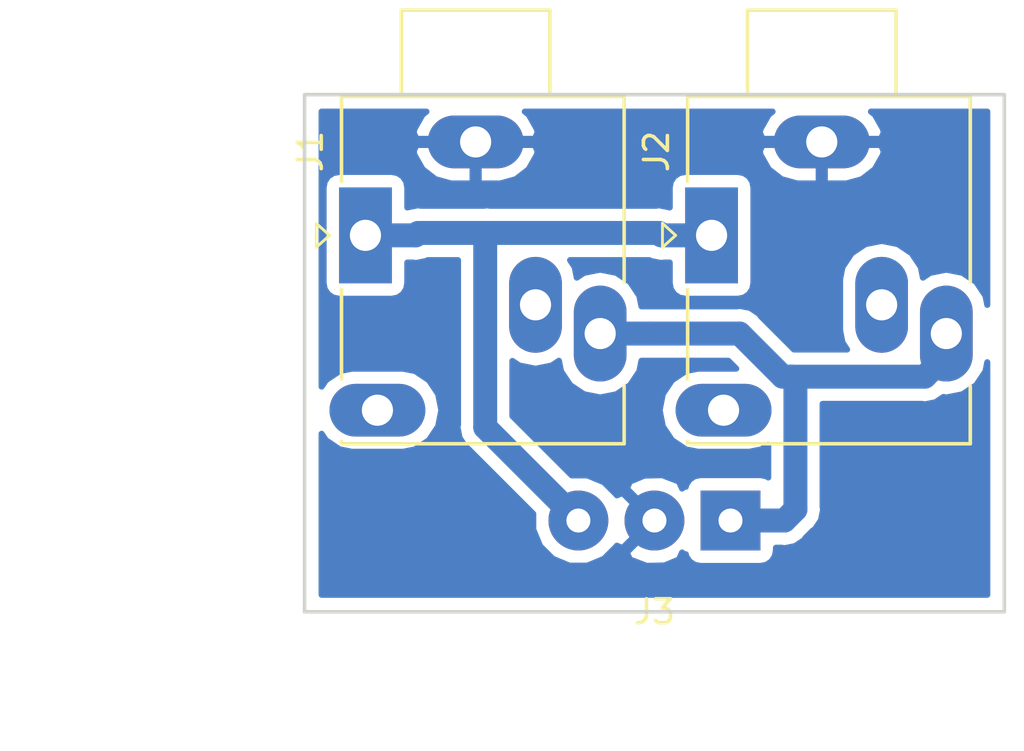
<source format=kicad_pcb>
(kicad_pcb (version 20171130) (host pcbnew 5.0.2-bee76a0~70~ubuntu16.04.1)

  (general
    (thickness 1.6)
    (drawings 6)
    (tracks 20)
    (zones 0)
    (modules 3)
    (nets 8)
  )

  (page A4)
  (layers
    (0 F.Cu signal)
    (31 B.Cu signal)
    (32 B.Adhes user)
    (33 F.Adhes user)
    (34 B.Paste user)
    (35 F.Paste user)
    (36 B.SilkS user)
    (37 F.SilkS user)
    (38 B.Mask user)
    (39 F.Mask user)
    (40 Dwgs.User user)
    (41 Cmts.User user)
    (42 Eco1.User user)
    (43 Eco2.User user)
    (44 Edge.Cuts user)
    (45 Margin user)
    (46 B.CrtYd user)
    (47 F.CrtYd user)
    (48 B.Fab user)
    (49 F.Fab user)
  )

  (setup
    (last_trace_width 1)
    (trace_clearance 0.5)
    (zone_clearance 0.508)
    (zone_45_only no)
    (trace_min 0.2)
    (segment_width 0.2)
    (edge_width 0.15)
    (via_size 0.8)
    (via_drill 0.4)
    (via_min_size 0.4)
    (via_min_drill 0.3)
    (uvia_size 0.3)
    (uvia_drill 0.1)
    (uvias_allowed no)
    (uvia_min_size 0.2)
    (uvia_min_drill 0.1)
    (pcb_text_width 0.3)
    (pcb_text_size 1.5 1.5)
    (mod_edge_width 0.15)
    (mod_text_size 1 1)
    (mod_text_width 0.15)
    (pad_size 1.524 1.524)
    (pad_drill 0.762)
    (pad_to_mask_clearance 0.051)
    (solder_mask_min_width 0.25)
    (aux_axis_origin 0 0)
    (visible_elements FFFFFF7F)
    (pcbplotparams
      (layerselection 0x00000_fffffffe)
      (usegerberextensions false)
      (usegerberattributes false)
      (usegerberadvancedattributes false)
      (creategerberjobfile false)
      (excludeedgelayer false)
      (linewidth 0.100000)
      (plotframeref false)
      (viasonmask false)
      (mode 1)
      (useauxorigin false)
      (hpglpennumber 1)
      (hpglpenspeed 20)
      (hpglpendiameter 15.000000)
      (psnegative true)
      (psa4output false)
      (plotreference true)
      (plotvalue true)
      (plotinvisibletext false)
      (padsonsilk true)
      (subtractmaskfromsilk false)
      (outputformat 5)
      (mirror false)
      (drillshape 1)
      (scaleselection 1)
      (outputdirectory ""))
  )

  (net 0 "")
  (net 1 "Net-(J1-PadS)")
  (net 2 "Net-(J1-PadR)")
  (net 3 "Net-(J1-PadT)")
  (net 4 "Net-(J1-PadTN)")
  (net 5 "Net-(J1-PadRN)")
  (net 6 "Net-(J2-PadRN)")
  (net 7 "Net-(J2-PadTN)")

  (net_class Default "This is the default net class."
    (clearance 0.5)
    (trace_width 1)
    (via_dia 0.8)
    (via_drill 0.4)
    (uvia_dia 0.3)
    (uvia_drill 0.1)
    (add_net "Net-(J1-PadR)")
    (add_net "Net-(J1-PadRN)")
    (add_net "Net-(J1-PadS)")
    (add_net "Net-(J1-PadT)")
    (add_net "Net-(J1-PadTN)")
    (add_net "Net-(J2-PadRN)")
    (add_net "Net-(J2-PadTN)")
  )

  (module Connector_Audio:Jack_3.5mm_Ledino_KB3SPRS_Horizontal (layer F.Cu) (tedit 5BC12D58) (tstamp 5C5A55D5)
    (at 72.87 63.025001 270)
    (descr https://www.reichelt.de/index.html?ACTION=7&LA=3&OPEN=0&INDEX=0&FILENAME=C160%252FKB3SPRS.pdf)
    (tags "jack stereo TRS")
    (path /5C4DC2A3)
    (fp_text reference J2 (at -3.5 2.3 270) (layer F.SilkS)
      (effects (font (size 1 1) (thickness 0.15)))
    )
    (fp_text value "Audio OUT" (at 2.3 -12.2 270) (layer F.Fab)
      (effects (font (size 1 1) (thickness 0.15)))
    )
    (fp_circle (center 0.1 -1.75) (end 0.4 -1.55) (layer F.Fab) (width 0.12))
    (fp_line (start 9.1 2) (end 9.1 -11.4) (layer F.CrtYd) (width 0.05))
    (fp_line (start -9.8 -11.4) (end -9.8 2) (layer F.CrtYd) (width 0.05))
    (fp_line (start -9.4 -1.5) (end -5.8 -1.5) (layer F.SilkS) (width 0.15))
    (fp_line (start -9.4 -7.7) (end -9.4 -1.5) (layer F.SilkS) (width 0.15))
    (fp_line (start -5.8 -7.7) (end -9.4 -7.7) (layer F.SilkS) (width 0.15))
    (fp_line (start -5.8 1) (end -5.8 -10.8) (layer F.SilkS) (width 0.15))
    (fp_line (start -2.25 1) (end -5.8 1) (layer F.SilkS) (width 0.15))
    (fp_line (start 6 1) (end 2.25 1) (layer F.SilkS) (width 0.15))
    (fp_line (start 8.7 1) (end 8.6 1) (layer F.SilkS) (width 0.15))
    (fp_line (start 8.7 -10.8) (end 8.7 1) (layer F.SilkS) (width 0.15))
    (fp_line (start 6.3 -10.8) (end 8.7 -10.8) (layer F.SilkS) (width 0.15))
    (fp_line (start -5.8 -10.8) (end 1.95 -10.8) (layer F.SilkS) (width 0.15))
    (fp_line (start 9.1 -11.4) (end -9.8 -11.4) (layer F.CrtYd) (width 0.05))
    (fp_line (start -9.8 2) (end 9.1 2) (layer F.CrtYd) (width 0.05))
    (fp_line (start 8.6 -10.7) (end -5.7 -10.7) (layer F.Fab) (width 0.1))
    (fp_line (start 8.6 0.9) (end 8.6 -10.7) (layer F.Fab) (width 0.1))
    (fp_line (start -5.7 0.9) (end 8.6 0.9) (layer F.Fab) (width 0.1))
    (fp_line (start -5.7 -10.7) (end -5.7 0.9) (layer F.Fab) (width 0.1))
    (fp_line (start -9.3 -7.6) (end -5.7 -7.6) (layer F.Fab) (width 0.1))
    (fp_line (start -9.3 -1.6) (end -5.7 -1.6) (layer F.Fab) (width 0.1))
    (fp_line (start -9.3 -7.6) (end -9.3 -1.6) (layer F.Fab) (width 0.1))
    (fp_line (start 0 1.5) (end -0.5 2.05) (layer F.SilkS) (width 0.12))
    (fp_line (start -0.5 2.05) (end 0.5 2.05) (layer F.SilkS) (width 0.12))
    (fp_line (start 0.5 2.05) (end 0 1.5) (layer F.SilkS) (width 0.12))
    (fp_text user %R (at 2.7 -4.6 270) (layer F.Fab)
      (effects (font (size 1 1) (thickness 0.15)))
    )
    (pad S thru_hole oval (at -3.9 -4.6 270) (size 2.2 4) (drill 1.3) (layers *.Cu *.Mask)
      (net 1 "Net-(J1-PadS)"))
    (pad R thru_hole oval (at 4.1 -9.8 270) (size 4 2.2) (drill 1.3) (layers *.Cu *.Mask)
      (net 2 "Net-(J1-PadR)"))
    (pad RN thru_hole oval (at 2.9 -7.1 270) (size 4 2.2) (drill 1.3) (layers *.Cu *.Mask)
      (net 6 "Net-(J2-PadRN)"))
    (pad TN thru_hole oval (at 7.3 -0.5) (size 4 2.2) (drill 1.3) (layers *.Cu *.Mask)
      (net 7 "Net-(J2-PadTN)"))
    (pad T thru_hole rect (at 0 0 270) (size 4 2.2) (drill 1.3) (layers *.Cu *.Mask)
      (net 3 "Net-(J1-PadT)"))
    (model ${KISYS3DMOD}/Connector_Audio.3dshapes/Jack_3.5mm_Ledino_KB3SPRS_Horizontal.wrl
      (at (xyz 0 0 0))
      (scale (xyz 1 1 1))
      (rotate (xyz 0 0 0))
    )
  )

  (module Connector_Audio:Jack_3.5mm_Ledino_KB3SPRS_Horizontal (layer F.Cu) (tedit 5BC12D58) (tstamp 5C5A55B2)
    (at 58.42 63.025001 270)
    (descr https://www.reichelt.de/index.html?ACTION=7&LA=3&OPEN=0&INDEX=0&FILENAME=C160%252FKB3SPRS.pdf)
    (tags "jack stereo TRS")
    (path /5C4DC145)
    (fp_text reference J1 (at -3.5 2.3 270) (layer F.SilkS)
      (effects (font (size 1 1) (thickness 0.15)))
    )
    (fp_text value "Audio IN " (at 2.3 -12.2 270) (layer F.Fab)
      (effects (font (size 1 1) (thickness 0.15)))
    )
    (fp_text user %R (at 2.7 -4.6 270) (layer F.Fab)
      (effects (font (size 1 1) (thickness 0.15)))
    )
    (fp_line (start 0.5 2.05) (end 0 1.5) (layer F.SilkS) (width 0.12))
    (fp_line (start -0.5 2.05) (end 0.5 2.05) (layer F.SilkS) (width 0.12))
    (fp_line (start 0 1.5) (end -0.5 2.05) (layer F.SilkS) (width 0.12))
    (fp_line (start -9.3 -7.6) (end -9.3 -1.6) (layer F.Fab) (width 0.1))
    (fp_line (start -9.3 -1.6) (end -5.7 -1.6) (layer F.Fab) (width 0.1))
    (fp_line (start -9.3 -7.6) (end -5.7 -7.6) (layer F.Fab) (width 0.1))
    (fp_line (start -5.7 -10.7) (end -5.7 0.9) (layer F.Fab) (width 0.1))
    (fp_line (start -5.7 0.9) (end 8.6 0.9) (layer F.Fab) (width 0.1))
    (fp_line (start 8.6 0.9) (end 8.6 -10.7) (layer F.Fab) (width 0.1))
    (fp_line (start 8.6 -10.7) (end -5.7 -10.7) (layer F.Fab) (width 0.1))
    (fp_line (start -9.8 2) (end 9.1 2) (layer F.CrtYd) (width 0.05))
    (fp_line (start 9.1 -11.4) (end -9.8 -11.4) (layer F.CrtYd) (width 0.05))
    (fp_line (start -5.8 -10.8) (end 1.95 -10.8) (layer F.SilkS) (width 0.15))
    (fp_line (start 6.3 -10.8) (end 8.7 -10.8) (layer F.SilkS) (width 0.15))
    (fp_line (start 8.7 -10.8) (end 8.7 1) (layer F.SilkS) (width 0.15))
    (fp_line (start 8.7 1) (end 8.6 1) (layer F.SilkS) (width 0.15))
    (fp_line (start 6 1) (end 2.25 1) (layer F.SilkS) (width 0.15))
    (fp_line (start -2.25 1) (end -5.8 1) (layer F.SilkS) (width 0.15))
    (fp_line (start -5.8 1) (end -5.8 -10.8) (layer F.SilkS) (width 0.15))
    (fp_line (start -5.8 -7.7) (end -9.4 -7.7) (layer F.SilkS) (width 0.15))
    (fp_line (start -9.4 -7.7) (end -9.4 -1.5) (layer F.SilkS) (width 0.15))
    (fp_line (start -9.4 -1.5) (end -5.8 -1.5) (layer F.SilkS) (width 0.15))
    (fp_line (start -9.8 -11.4) (end -9.8 2) (layer F.CrtYd) (width 0.05))
    (fp_line (start 9.1 2) (end 9.1 -11.4) (layer F.CrtYd) (width 0.05))
    (fp_circle (center 0.1 -1.75) (end 0.4 -1.55) (layer F.Fab) (width 0.12))
    (pad T thru_hole rect (at 0 0 270) (size 4 2.2) (drill 1.3) (layers *.Cu *.Mask)
      (net 3 "Net-(J1-PadT)"))
    (pad TN thru_hole oval (at 7.3 -0.5) (size 4 2.2) (drill 1.3) (layers *.Cu *.Mask)
      (net 4 "Net-(J1-PadTN)"))
    (pad RN thru_hole oval (at 2.9 -7.1 270) (size 4 2.2) (drill 1.3) (layers *.Cu *.Mask)
      (net 5 "Net-(J1-PadRN)"))
    (pad R thru_hole oval (at 4.1 -9.8 270) (size 4 2.2) (drill 1.3) (layers *.Cu *.Mask)
      (net 2 "Net-(J1-PadR)"))
    (pad S thru_hole oval (at -3.9 -4.6 270) (size 2.2 4) (drill 1.3) (layers *.Cu *.Mask)
      (net 1 "Net-(J1-PadS)"))
    (model ${KISYS3DMOD}/Connector_Audio.3dshapes/Jack_3.5mm_Ledino_KB3SPRS_Horizontal.wrl
      (at (xyz 0 0 0))
      (scale (xyz 1 1 1))
      (rotate (xyz 0 0 0))
    )
  )

  (module Connector_Wire:SolderWirePad_1x03_P3.175mm_Drill1mm (layer F.Cu) (tedit 5AEE5F67) (tstamp 5C5A558F)
    (at 73.66 74.93 180)
    (descr "Wire solder connection")
    (tags connector)
    (path /5C4DC6B3)
    (attr virtual)
    (fp_text reference J3 (at 3.175 -3.81 180) (layer F.SilkS)
      (effects (font (size 1 1) (thickness 0.15)))
    )
    (fp_text value Conn (at 3.175 3.175 180) (layer F.Fab)
      (effects (font (size 1 1) (thickness 0.15)))
    )
    (fp_text user %R (at 3.175 0 180) (layer F.Fab)
      (effects (font (size 1 1) (thickness 0.15)))
    )
    (fp_line (start -1.74 -1.75) (end 8.1 -1.75) (layer F.CrtYd) (width 0.05))
    (fp_line (start -1.74 -1.75) (end -1.74 1.75) (layer F.CrtYd) (width 0.05))
    (fp_line (start 8.1 1.75) (end 8.1 -1.75) (layer F.CrtYd) (width 0.05))
    (fp_line (start 8.1 1.75) (end -1.74 1.75) (layer F.CrtYd) (width 0.05))
    (pad 1 thru_hole rect (at 0 0 180) (size 2.49936 2.49936) (drill 1.00076) (layers *.Cu *.Mask)
      (net 2 "Net-(J1-PadR)"))
    (pad 2 thru_hole circle (at 3.175 0 180) (size 2.49936 2.49936) (drill 1.00076) (layers *.Cu *.Mask)
      (net 1 "Net-(J1-PadS)"))
    (pad 3 thru_hole circle (at 6.35 0 180) (size 2.49936 2.49936) (drill 1.00076) (layers *.Cu *.Mask)
      (net 3 "Net-(J1-PadT)"))
  )

  (dimension 29.21 (width 0.3) (layer Dwgs.User)
    (gr_text "29,210 mm" (at 70.485 85.92) (layer Dwgs.User)
      (effects (font (size 1.5 1.5) (thickness 0.3)))
    )
    (feature1 (pts (xy 85.09 78.74) (xy 85.09 84.406421)))
    (feature2 (pts (xy 55.88 78.74) (xy 55.88 84.406421)))
    (crossbar (pts (xy 55.88 83.82) (xy 85.09 83.82)))
    (arrow1a (pts (xy 85.09 83.82) (xy 83.963496 84.406421)))
    (arrow1b (pts (xy 85.09 83.82) (xy 83.963496 83.233579)))
    (arrow2a (pts (xy 55.88 83.82) (xy 57.006504 84.406421)))
    (arrow2b (pts (xy 55.88 83.82) (xy 57.006504 83.233579)))
  )
  (dimension 21.59 (width 0.3) (layer Dwgs.User)
    (gr_text "21,590 mm" (at 48.7 67.945 90) (layer Dwgs.User)
      (effects (font (size 1.5 1.5) (thickness 0.3)))
    )
    (feature1 (pts (xy 55.88 57.15) (xy 50.213579 57.15)))
    (feature2 (pts (xy 55.88 78.74) (xy 50.213579 78.74)))
    (crossbar (pts (xy 50.8 78.74) (xy 50.8 57.15)))
    (arrow1a (pts (xy 50.8 57.15) (xy 51.386421 58.276504)))
    (arrow1b (pts (xy 50.8 57.15) (xy 50.213579 58.276504)))
    (arrow2a (pts (xy 50.8 78.74) (xy 51.386421 77.613496)))
    (arrow2b (pts (xy 50.8 78.74) (xy 50.213579 77.613496)))
  )
  (gr_line (start 55.88 78.74) (end 55.88 57.15) (layer Edge.Cuts) (width 0.15))
  (gr_line (start 85.09 78.74) (end 55.88 78.74) (layer Edge.Cuts) (width 0.15))
  (gr_line (start 85.09 57.15) (end 85.09 78.74) (layer Edge.Cuts) (width 0.15))
  (gr_line (start 55.88 57.15) (end 85.09 57.15) (layer Edge.Cuts) (width 0.15))

  (segment (start 70.32 67.125001) (end 68.22 67.125001) (width 1) (layer B.Cu) (net 2))
  (segment (start 74.039862 67.125001) (end 70.32 67.125001) (width 1) (layer B.Cu) (net 2))
  (segment (start 75.839872 68.925011) (end 74.039862 67.125001) (width 1) (layer B.Cu) (net 2))
  (segment (start 82.67 68.025001) (end 81.76999 68.925011) (width 1) (layer B.Cu) (net 2))
  (segment (start 82.67 67.125001) (end 82.67 68.025001) (width 1) (layer B.Cu) (net 2))
  (segment (start 76.37001 69.095021) (end 76.2 68.925011) (width 1) (layer B.Cu) (net 2))
  (segment (start 76.37001 74.46967) (end 76.37001 69.095021) (width 1) (layer B.Cu) (net 2))
  (segment (start 75.90968 74.93) (end 76.37001 74.46967) (width 1) (layer B.Cu) (net 2))
  (segment (start 73.66 74.93) (end 75.90968 74.93) (width 1) (layer B.Cu) (net 2))
  (segment (start 81.76999 68.925011) (end 76.2 68.925011) (width 1) (layer B.Cu) (net 2))
  (segment (start 76.2 68.925011) (end 75.839872 68.925011) (width 1) (layer B.Cu) (net 2))
  (segment (start 70.66999 62.924991) (end 70.77 63.025001) (width 1) (layer B.Cu) (net 3))
  (segment (start 70.77 63.025001) (end 72.87 63.025001) (width 1) (layer B.Cu) (net 3))
  (segment (start 60.52 63.025001) (end 60.62001 62.924991) (width 1) (layer B.Cu) (net 3))
  (segment (start 58.42 63.025001) (end 60.52 63.025001) (width 1) (layer B.Cu) (net 3))
  (segment (start 63.41999 63.005001) (end 63.5 62.924991) (width 1) (layer B.Cu) (net 3))
  (segment (start 63.41999 71.03999) (end 63.41999 63.005001) (width 1) (layer B.Cu) (net 3))
  (segment (start 67.31 74.93) (end 63.41999 71.03999) (width 1) (layer B.Cu) (net 3))
  (segment (start 60.62001 62.924991) (end 63.5 62.924991) (width 1) (layer B.Cu) (net 3))
  (segment (start 63.5 62.924991) (end 70.66999 62.924991) (width 1) (layer B.Cu) (net 3))

  (zone (net 1) (net_name "Net-(J1-PadS)") (layer B.Cu) (tstamp 5C4DD3E0) (hatch edge 0.508)
    (connect_pads (clearance 0.508))
    (min_thickness 0.254)
    (fill yes (arc_segments 16) (thermal_gap 0.508) (thermal_bridge_width 0.508))
    (polygon
      (pts
        (xy 55.88 57.15) (xy 85.09 57.15) (xy 85.09 78.74) (xy 55.88 78.74)
      )
    )
    (filled_polygon
      (pts
        (xy 60.803368 57.987973) (xy 60.468469 58.578377) (xy 60.430825 58.728879) (xy 60.548875 58.998001) (xy 62.893 58.998001)
        (xy 62.893 58.978001) (xy 63.147 58.978001) (xy 63.147 58.998001) (xy 65.491125 58.998001) (xy 65.609175 58.728879)
        (xy 65.571531 58.578377) (xy 65.236632 57.987973) (xy 65.072459 57.86) (xy 75.417541 57.86) (xy 75.253368 57.987973)
        (xy 74.918469 58.578377) (xy 74.880825 58.728879) (xy 74.998875 58.998001) (xy 77.343 58.998001) (xy 77.343 58.978001)
        (xy 77.597 58.978001) (xy 77.597 58.998001) (xy 79.941125 58.998001) (xy 80.059175 58.728879) (xy 80.021531 58.578377)
        (xy 79.686632 57.987973) (xy 79.522459 57.86) (xy 84.38 57.86) (xy 84.38 65.928439) (xy 84.304334 65.548038)
        (xy 83.920865 64.974136) (xy 83.346963 64.590667) (xy 82.67 64.456011) (xy 81.993038 64.590667) (xy 81.692535 64.791456)
        (xy 81.604334 64.348038) (xy 81.220865 63.774136) (xy 80.646963 63.390667) (xy 79.97 63.256011) (xy 79.293038 63.390667)
        (xy 78.719136 63.774136) (xy 78.335667 64.348038) (xy 78.235001 64.854121) (xy 78.235 66.99588) (xy 78.335666 67.501963)
        (xy 78.528133 67.790011) (xy 76.311783 67.790011) (xy 76.309563 67.789569) (xy 74.921475 66.401482) (xy 74.858151 66.306712)
        (xy 74.482717 66.055855) (xy 74.151645 65.990001) (xy 74.039862 65.967766) (xy 73.928079 65.990001) (xy 69.942246 65.990001)
        (xy 69.854334 65.548038) (xy 69.470865 64.974136) (xy 68.896963 64.590667) (xy 68.22 64.456011) (xy 67.543038 64.590667)
        (xy 67.242535 64.791456) (xy 67.154334 64.348038) (xy 66.961867 64.059991) (xy 70.276027 64.059991) (xy 70.327145 64.094147)
        (xy 70.658217 64.160001) (xy 70.769999 64.182236) (xy 70.881781 64.160001) (xy 71.12256 64.160001) (xy 71.12256 65.025001)
        (xy 71.171843 65.272766) (xy 71.312191 65.48281) (xy 71.522235 65.623158) (xy 71.77 65.672441) (xy 73.97 65.672441)
        (xy 74.217765 65.623158) (xy 74.427809 65.48281) (xy 74.568157 65.272766) (xy 74.61744 65.025001) (xy 74.61744 61.025001)
        (xy 74.568157 60.777236) (xy 74.427809 60.567192) (xy 74.217765 60.426844) (xy 73.97 60.377561) (xy 71.77 60.377561)
        (xy 71.522235 60.426844) (xy 71.312191 60.567192) (xy 71.171843 60.777236) (xy 71.12256 61.025001) (xy 71.12256 61.862336)
        (xy 71.112845 61.855845) (xy 70.781773 61.789991) (xy 70.66999 61.767756) (xy 70.558207 61.789991) (xy 63.611781 61.789991)
        (xy 63.499999 61.767756) (xy 63.388217 61.789991) (xy 60.731791 61.789991) (xy 60.620009 61.767756) (xy 60.508227 61.789991)
        (xy 60.177155 61.855845) (xy 60.16744 61.862336) (xy 60.16744 61.025001) (xy 60.118157 60.777236) (xy 59.977809 60.567192)
        (xy 59.767765 60.426844) (xy 59.52 60.377561) (xy 57.32 60.377561) (xy 57.072235 60.426844) (xy 56.862191 60.567192)
        (xy 56.721843 60.777236) (xy 56.67256 61.025001) (xy 56.67256 65.025001) (xy 56.721843 65.272766) (xy 56.862191 65.48281)
        (xy 57.072235 65.623158) (xy 57.32 65.672441) (xy 59.52 65.672441) (xy 59.767765 65.623158) (xy 59.977809 65.48281)
        (xy 60.118157 65.272766) (xy 60.16744 65.025001) (xy 60.16744 64.160001) (xy 60.408217 64.160001) (xy 60.52 64.182236)
        (xy 60.631783 64.160001) (xy 60.962855 64.094147) (xy 61.013973 64.059991) (xy 62.284991 64.059991) (xy 62.28499 70.928207)
        (xy 62.262755 71.03999) (xy 62.28499 71.151772) (xy 62.350844 71.482844) (xy 62.601701 71.858279) (xy 62.696472 71.921603)
        (xy 65.42532 74.650452) (xy 65.42532 75.304886) (xy 65.712245 75.997585) (xy 66.242415 76.527755) (xy 66.935114 76.81468)
        (xy 67.684886 76.81468) (xy 68.377585 76.527755) (xy 68.907755 75.997585) (xy 68.915409 75.979108) (xy 69.151911 76.083483)
        (xy 70.305395 74.93) (xy 69.151911 73.776517) (xy 68.915409 73.880892) (xy 68.907755 73.862415) (xy 68.377585 73.332245)
        (xy 67.684886 73.04532) (xy 67.030452 73.04532) (xy 64.55499 70.569859) (xy 64.55499 68.266868) (xy 64.843037 68.459335)
        (xy 65.52 68.593991) (xy 66.196962 68.459335) (xy 66.497465 68.258546) (xy 66.585666 68.701963) (xy 66.969135 69.275866)
        (xy 67.543037 69.659335) (xy 68.22 69.793991) (xy 68.896962 69.659335) (xy 69.470865 69.275866) (xy 69.854334 68.701964)
        (xy 69.942246 68.260001) (xy 73.569731 68.260001) (xy 73.89973 68.590001) (xy 72.29912 68.590001) (xy 71.793037 68.690667)
        (xy 71.219135 69.074136) (xy 70.835666 69.648038) (xy 70.70101 70.325001) (xy 70.835666 71.001964) (xy 71.219135 71.575866)
        (xy 71.793037 71.959335) (xy 72.29912 72.060001) (xy 74.44088 72.060001) (xy 74.946963 71.959335) (xy 75.235011 71.766868)
        (xy 75.23501 73.133991) (xy 75.157445 73.082163) (xy 74.90968 73.03288) (xy 72.41032 73.03288) (xy 72.162555 73.082163)
        (xy 71.952511 73.222511) (xy 71.812163 73.432555) (xy 71.793818 73.52478) (xy 71.752215 73.483177) (xy 71.638482 73.59691)
        (xy 71.509275 73.304141) (xy 70.809117 73.035929) (xy 70.059616 73.056072) (xy 69.460725 73.304141) (xy 69.331517 73.596911)
        (xy 70.485 74.750395) (xy 70.499142 74.736252) (xy 70.678748 74.915858) (xy 70.664605 74.93) (xy 70.678748 74.944142)
        (xy 70.499142 75.123748) (xy 70.485 75.109605) (xy 69.331517 76.263089) (xy 69.460725 76.555859) (xy 70.160883 76.824071)
        (xy 70.910384 76.803928) (xy 71.509275 76.555859) (xy 71.638482 76.26309) (xy 71.752215 76.376823) (xy 71.793818 76.33522)
        (xy 71.812163 76.427445) (xy 71.952511 76.637489) (xy 72.162555 76.777837) (xy 72.41032 76.82712) (xy 74.90968 76.82712)
        (xy 75.157445 76.777837) (xy 75.367489 76.637489) (xy 75.507837 76.427445) (xy 75.55712 76.17968) (xy 75.55712 76.065)
        (xy 75.797897 76.065) (xy 75.90968 76.087235) (xy 76.021463 76.065) (xy 76.352535 75.999146) (xy 76.727969 75.748289)
        (xy 76.791293 75.653518) (xy 77.093529 75.351282) (xy 77.188299 75.287959) (xy 77.439156 74.912525) (xy 77.50501 74.581453)
        (xy 77.50501 74.581452) (xy 77.527245 74.46967) (xy 77.50501 74.357887) (xy 77.50501 70.060011) (xy 81.658207 70.060011)
        (xy 81.76999 70.082246) (xy 81.881773 70.060011) (xy 82.212845 69.994157) (xy 82.548565 69.769836) (xy 82.67 69.793991)
        (xy 83.346962 69.659335) (xy 83.920865 69.275866) (xy 84.304334 68.701964) (xy 84.380001 68.321562) (xy 84.380001 78.03)
        (xy 56.59 78.03) (xy 56.59 71.307771) (xy 56.769135 71.575866) (xy 57.343037 71.959335) (xy 57.84912 72.060001)
        (xy 59.99088 72.060001) (xy 60.496963 71.959335) (xy 61.070865 71.575866) (xy 61.454334 71.001964) (xy 61.58899 70.325001)
        (xy 61.454334 69.648038) (xy 61.070865 69.074136) (xy 60.496963 68.690667) (xy 59.99088 68.590001) (xy 57.84912 68.590001)
        (xy 57.343037 68.690667) (xy 56.769135 69.074136) (xy 56.59 69.342231) (xy 56.59 59.521123) (xy 60.430825 59.521123)
        (xy 60.468469 59.671625) (xy 60.803368 60.262029) (xy 61.338712 60.679331) (xy 61.993 60.860001) (xy 62.893 60.860001)
        (xy 62.893 59.252001) (xy 63.147 59.252001) (xy 63.147 60.860001) (xy 64.047 60.860001) (xy 64.701288 60.679331)
        (xy 65.236632 60.262029) (xy 65.571531 59.671625) (xy 65.609175 59.521123) (xy 74.880825 59.521123) (xy 74.918469 59.671625)
        (xy 75.253368 60.262029) (xy 75.788712 60.679331) (xy 76.443 60.860001) (xy 77.343 60.860001) (xy 77.343 59.252001)
        (xy 77.597 59.252001) (xy 77.597 60.860001) (xy 78.497 60.860001) (xy 79.151288 60.679331) (xy 79.686632 60.262029)
        (xy 80.021531 59.671625) (xy 80.059175 59.521123) (xy 79.941125 59.252001) (xy 77.597 59.252001) (xy 77.343 59.252001)
        (xy 74.998875 59.252001) (xy 74.880825 59.521123) (xy 65.609175 59.521123) (xy 65.491125 59.252001) (xy 63.147 59.252001)
        (xy 62.893 59.252001) (xy 60.548875 59.252001) (xy 60.430825 59.521123) (xy 56.59 59.521123) (xy 56.59 57.86)
        (xy 60.967541 57.86)
      )
    )
  )
)

</source>
